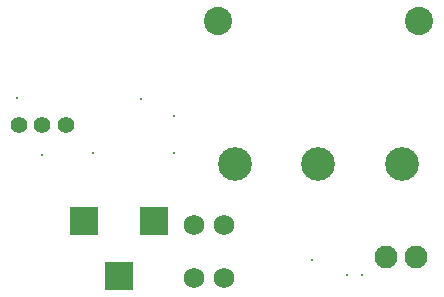
<source format=gbs>
%FSLAX24Y24*%
%MOIN*%
G70*
G01*
G75*
G04 Layer_Color=16711935*
%ADD10R,0.0276X0.0354*%
%ADD11R,0.0512X0.0236*%
%ADD12R,0.0354X0.0276*%
%ADD13R,0.0315X0.0354*%
%ADD14R,0.0217X0.0394*%
%ADD15R,0.0472X0.0551*%
%ADD16R,0.0500X0.0299*%
%ADD17R,0.0217X0.0512*%
%ADD18C,0.0120*%
%ADD19C,0.0140*%
%ADD20C,0.0200*%
%ADD21C,0.0492*%
%ADD22R,0.0866X0.0866*%
%ADD23C,0.0709*%
%ADD24C,0.0630*%
%ADD25C,0.1063*%
%ADD26C,0.0882*%
%ADD27C,0.0400*%
%ADD28C,0.0098*%
%ADD29C,0.0050*%
%ADD30C,0.0079*%
%ADD31C,0.0100*%
%ADD32C,0.0080*%
%ADD33R,0.0336X0.0414*%
%ADD34R,0.0572X0.0296*%
%ADD35R,0.0414X0.0336*%
%ADD36R,0.0375X0.0414*%
%ADD37R,0.0277X0.0454*%
%ADD38R,0.0532X0.0611*%
%ADD39R,0.0560X0.0359*%
%ADD40R,0.0277X0.0572*%
%ADD41C,0.0552*%
%ADD42R,0.0926X0.0926*%
%ADD43C,0.0060*%
%ADD44C,0.0769*%
%ADD45C,0.0690*%
%ADD46C,0.1123*%
%ADD47C,0.0942*%
%ADD48C,0.0100*%
D41*
X2487Y5850D02*
D03*
X1700D02*
D03*
X913D02*
D03*
D42*
X5431Y2650D02*
D03*
X3069D02*
D03*
X4250Y800D02*
D03*
D43*
X14150Y450D02*
D03*
X13150D02*
D03*
D44*
X14150Y1450D02*
D03*
X13150D02*
D03*
D45*
X7750Y2500D02*
D03*
X6750D02*
D03*
Y750D02*
D03*
X7750D02*
D03*
D46*
X8128Y4544D02*
D03*
X13672D02*
D03*
X10900D02*
D03*
D47*
X7538Y9304D02*
D03*
X14262D02*
D03*
D48*
X3400Y4900D02*
D03*
X10700Y1350D02*
D03*
X12350Y850D02*
D03*
X11850D02*
D03*
X846Y6746D02*
D03*
X1700Y4850D02*
D03*
X6100Y4900D02*
D03*
Y6150D02*
D03*
X5000Y6700D02*
D03*
M02*

</source>
